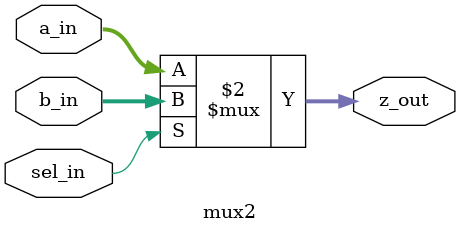
<source format=sv>
module mux2
  #(
    parameter WIDTH = 32
  )(
    input logic               sel_in,
    input logic   [WIDTH-1:0] a_in,
    input logic   [WIDTH-1:0] b_in,
    output logic  [WIDTH-1:0] z_out
  );

  assign z_out = !sel_in ? a_in : b_in;

endmodule

</source>
